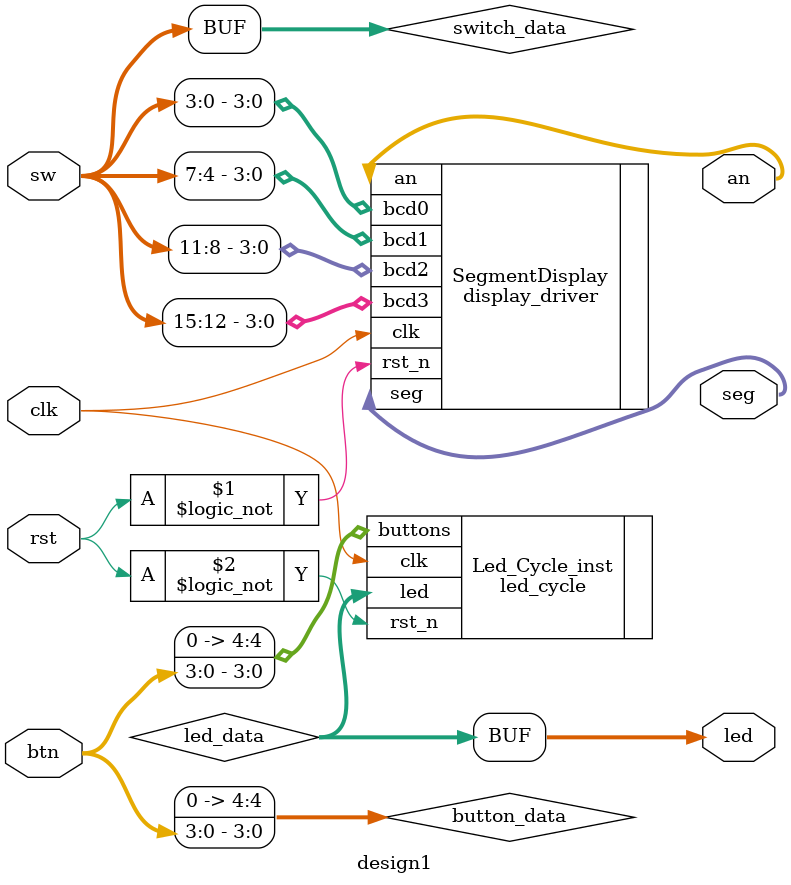
<source format=sv>
/*
 * Copyright (c) 2024 Devin Atkin
 * SPDX-License-Identifier: Apache-2.0
 */

`default_nettype none

module design1 (
    input  wire       clk,          // 100 MHz Basys 3 Clock
    input  wire       rst,        // Reset (active low)
    input  wire [15:0] sw,          // Basys 3 Switches
    input  wire [3:0]  btn,         // Basys 3 Buttons
    output wire [15:0] led,         // Basys 3 LEDs
    output wire [6:0]  seg,         // 7-segment display segments (A-G)
    output wire [3:0]  an           // 7-segment display anodes
);

    // Parameters
    parameter SWITCH_COUNT = 16;
    parameter BUTTON_COUNT = 5;
    parameter LED_COUNT = 16;

    // Internal signals
    logic [SWITCH_COUNT-1:0] switch_data;
    logic [BUTTON_COUNT-1:0] button_data;
    logic [LED_COUNT-1:0] led_data;

    // Connect Basys 3 switches and buttons to internal signals
    assign switch_data = sw;
    assign button_data = btn;

    // LED outputs
    assign led = led_data;

    // Display driver instantiation for Basys 3 7-segment display
    display_driver SegmentDisplay (
        .clk(clk),                   // 100 MHz System Clock
        .rst_n(!rst),               // Active Low Reset
        .bcd0(switch_data[3:0]),     // BCD input for the first digit (seconds LSB)
        .bcd1(switch_data[7:4]),     // BCD input for the second digit (seconds MSB)
        .bcd2(switch_data[11:8]),    // BCD input for the third digit (minutes LSB)
        .bcd3(switch_data[15:12]),   // BCD input for the fourth digit (minutes MSB)
        .seg(seg),                   // Segment Outputs (A-G)
        .an(an)                      // Common Anode Outputs (0 = on, 1 = off)
    );

    // LED Cycle instantiation to control Basys 3 LEDs
    led_cycle Led_Cycle_inst (
        .clk(clk),
        .rst_n(!rst),
        .buttons(button_data),
        .led(led_data)
    );

endmodule

</source>
